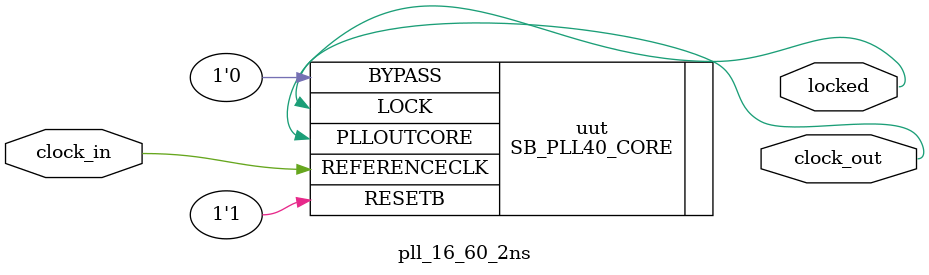
<source format=v>
/**
 * PLL configuration
 *
 * This Verilog module was generated automatically
 * using the icepll tool from the IceStorm project.
 * Use at your own risk.
 *
 * Given input frequency:        16.000 MHz
 * Requested output frequency:   60.000 MHz
 * Achieved output frequency:    64.000 MHz
 */

module pll_16_60_2ns(
    input  clock_in,
    output clock_out,
    output locked
    );

// Phase delayed by ~2ns to allow sampling in middle of underlying 120
// Mhz clock using DDR
SB_PLL40_CORE #(
        .FEEDBACK_PATH("PHASE_AND_DELAY"),
        .DIVR(4'b0000),     // DIVR =  0
        .DIVF(7'b0000011),  // DIVF =  3
        .DIVQ(3'b100),      // DIVQ =  4
        .FILTER_RANGE(3'b001),   // FILTER_RANGE = 1
        .DELAY_ADJUSTMENT_MODE_FEEDBACK("FIXED"),
        .FDA_FEEDBACK(0), //12)
        .PLLOUT_SELECT("SHIFTREG_0deg")
    ) uut (
        .LOCK(locked),
        .RESETB(1'b1),
        .BYPASS(1'b0),
        .REFERENCECLK(clock_in),
        .PLLOUTCORE(clock_out)
        );

endmodule

</source>
